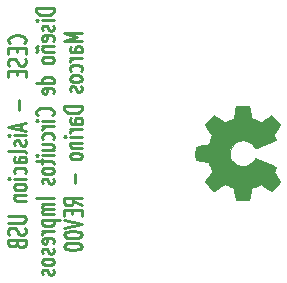
<source format=gbr>
G04 #@! TF.FileFunction,Legend,Bot*
%FSLAX46Y46*%
G04 Gerber Fmt 4.6, Leading zero omitted, Abs format (unit mm)*
G04 Created by KiCad (PCBNEW 4.0.2-stable) date 25/07/2016 02:37:25 p.m.*
%MOMM*%
G01*
G04 APERTURE LIST*
%ADD10C,0.100000*%
%ADD11C,0.257500*%
%ADD12C,0.002540*%
G04 APERTURE END LIST*
D10*
D11*
X129242214Y-99890429D02*
X129313643Y-99841381D01*
X129385071Y-99694238D01*
X129385071Y-99596143D01*
X129313643Y-99449000D01*
X129170786Y-99350905D01*
X129027929Y-99301857D01*
X128742214Y-99252809D01*
X128527929Y-99252809D01*
X128242214Y-99301857D01*
X128099357Y-99350905D01*
X127956500Y-99449000D01*
X127885071Y-99596143D01*
X127885071Y-99694238D01*
X127956500Y-99841381D01*
X128027929Y-99890429D01*
X128599357Y-100331857D02*
X128599357Y-100675190D01*
X129385071Y-100822333D02*
X129385071Y-100331857D01*
X127885071Y-100331857D01*
X127885071Y-100822333D01*
X129313643Y-101214714D02*
X129385071Y-101361857D01*
X129385071Y-101607095D01*
X129313643Y-101705191D01*
X129242214Y-101754238D01*
X129099357Y-101803286D01*
X128956500Y-101803286D01*
X128813643Y-101754238D01*
X128742214Y-101705191D01*
X128670786Y-101607095D01*
X128599357Y-101410905D01*
X128527929Y-101312810D01*
X128456500Y-101263762D01*
X128313643Y-101214714D01*
X128170786Y-101214714D01*
X128027929Y-101263762D01*
X127956500Y-101312810D01*
X127885071Y-101410905D01*
X127885071Y-101656143D01*
X127956500Y-101803286D01*
X128599357Y-102244714D02*
X128599357Y-102588047D01*
X129385071Y-102735190D02*
X129385071Y-102244714D01*
X127885071Y-102244714D01*
X127885071Y-102735190D01*
X128813643Y-104746143D02*
X128813643Y-105530905D01*
X128956500Y-106757095D02*
X128956500Y-107247572D01*
X129385071Y-106659000D02*
X127885071Y-107002334D01*
X129385071Y-107345667D01*
X129385071Y-107689000D02*
X128385071Y-107689000D01*
X127885071Y-107689000D02*
X127956500Y-107639952D01*
X128027929Y-107689000D01*
X127956500Y-107738048D01*
X127885071Y-107689000D01*
X128027929Y-107689000D01*
X129313643Y-108130428D02*
X129385071Y-108228524D01*
X129385071Y-108424714D01*
X129313643Y-108522809D01*
X129170786Y-108571857D01*
X129099357Y-108571857D01*
X128956500Y-108522809D01*
X128885071Y-108424714D01*
X128885071Y-108277571D01*
X128813643Y-108179476D01*
X128670786Y-108130428D01*
X128599357Y-108130428D01*
X128456500Y-108179476D01*
X128385071Y-108277571D01*
X128385071Y-108424714D01*
X128456500Y-108522809D01*
X129385071Y-109160429D02*
X129313643Y-109062334D01*
X129170786Y-109013286D01*
X127885071Y-109013286D01*
X129385071Y-109994239D02*
X128599357Y-109994239D01*
X128456500Y-109945191D01*
X128385071Y-109847096D01*
X128385071Y-109650905D01*
X128456500Y-109552810D01*
X129313643Y-109994239D02*
X129385071Y-109896143D01*
X129385071Y-109650905D01*
X129313643Y-109552810D01*
X129170786Y-109503762D01*
X129027929Y-109503762D01*
X128885071Y-109552810D01*
X128813643Y-109650905D01*
X128813643Y-109896143D01*
X128742214Y-109994239D01*
X129313643Y-110926144D02*
X129385071Y-110828048D01*
X129385071Y-110631858D01*
X129313643Y-110533763D01*
X129242214Y-110484715D01*
X129099357Y-110435667D01*
X128670786Y-110435667D01*
X128527929Y-110484715D01*
X128456500Y-110533763D01*
X128385071Y-110631858D01*
X128385071Y-110828048D01*
X128456500Y-110926144D01*
X129385071Y-111367572D02*
X128385071Y-111367572D01*
X127885071Y-111367572D02*
X127956500Y-111318524D01*
X128027929Y-111367572D01*
X127956500Y-111416620D01*
X127885071Y-111367572D01*
X128027929Y-111367572D01*
X129385071Y-112005191D02*
X129313643Y-111907096D01*
X129242214Y-111858048D01*
X129099357Y-111809000D01*
X128670786Y-111809000D01*
X128527929Y-111858048D01*
X128456500Y-111907096D01*
X128385071Y-112005191D01*
X128385071Y-112152334D01*
X128456500Y-112250429D01*
X128527929Y-112299477D01*
X128670786Y-112348524D01*
X129099357Y-112348524D01*
X129242214Y-112299477D01*
X129313643Y-112250429D01*
X129385071Y-112152334D01*
X129385071Y-112005191D01*
X128385071Y-112789953D02*
X129385071Y-112789953D01*
X128527929Y-112789953D02*
X128456500Y-112839001D01*
X128385071Y-112937096D01*
X128385071Y-113084239D01*
X128456500Y-113182334D01*
X128599357Y-113231382D01*
X129385071Y-113231382D01*
X127885071Y-114506620D02*
X129099357Y-114506620D01*
X129242214Y-114555668D01*
X129313643Y-114604715D01*
X129385071Y-114702811D01*
X129385071Y-114899001D01*
X129313643Y-114997096D01*
X129242214Y-115046144D01*
X129099357Y-115095192D01*
X127885071Y-115095192D01*
X129313643Y-115536620D02*
X129385071Y-115683763D01*
X129385071Y-115929001D01*
X129313643Y-116027097D01*
X129242214Y-116076144D01*
X129099357Y-116125192D01*
X128956500Y-116125192D01*
X128813643Y-116076144D01*
X128742214Y-116027097D01*
X128670786Y-115929001D01*
X128599357Y-115732811D01*
X128527929Y-115634716D01*
X128456500Y-115585668D01*
X128313643Y-115536620D01*
X128170786Y-115536620D01*
X128027929Y-115585668D01*
X127956500Y-115634716D01*
X127885071Y-115732811D01*
X127885071Y-115978049D01*
X127956500Y-116125192D01*
X128599357Y-116909953D02*
X128670786Y-117057096D01*
X128742214Y-117106144D01*
X128885071Y-117155192D01*
X129099357Y-117155192D01*
X129242214Y-117106144D01*
X129313643Y-117057096D01*
X129385071Y-116959001D01*
X129385071Y-116566620D01*
X127885071Y-116566620D01*
X127885071Y-116909953D01*
X127956500Y-117008049D01*
X128027929Y-117057096D01*
X128170786Y-117106144D01*
X128313643Y-117106144D01*
X128456500Y-117057096D01*
X128527929Y-117008049D01*
X128599357Y-116909953D01*
X128599357Y-116566620D01*
X131742571Y-96947571D02*
X130242571Y-96947571D01*
X130242571Y-97192809D01*
X130314000Y-97339952D01*
X130456857Y-97438047D01*
X130599714Y-97487095D01*
X130885429Y-97536143D01*
X131099714Y-97536143D01*
X131385429Y-97487095D01*
X131528286Y-97438047D01*
X131671143Y-97339952D01*
X131742571Y-97192809D01*
X131742571Y-96947571D01*
X131742571Y-97977571D02*
X130742571Y-97977571D01*
X130242571Y-97977571D02*
X130314000Y-97928523D01*
X130385429Y-97977571D01*
X130314000Y-98026619D01*
X130242571Y-97977571D01*
X130385429Y-97977571D01*
X131671143Y-98418999D02*
X131742571Y-98517095D01*
X131742571Y-98713285D01*
X131671143Y-98811380D01*
X131528286Y-98860428D01*
X131456857Y-98860428D01*
X131314000Y-98811380D01*
X131242571Y-98713285D01*
X131242571Y-98566142D01*
X131171143Y-98468047D01*
X131028286Y-98418999D01*
X130956857Y-98418999D01*
X130814000Y-98468047D01*
X130742571Y-98566142D01*
X130742571Y-98713285D01*
X130814000Y-98811380D01*
X131671143Y-99694238D02*
X131742571Y-99596143D01*
X131742571Y-99399952D01*
X131671143Y-99301857D01*
X131528286Y-99252809D01*
X130956857Y-99252809D01*
X130814000Y-99301857D01*
X130742571Y-99399952D01*
X130742571Y-99596143D01*
X130814000Y-99694238D01*
X130956857Y-99743286D01*
X131099714Y-99743286D01*
X131242571Y-99252809D01*
X130742571Y-100184714D02*
X131742571Y-100184714D01*
X130885429Y-100184714D02*
X130814000Y-100233762D01*
X130742571Y-100331857D01*
X130742571Y-100479000D01*
X130814000Y-100577095D01*
X130956857Y-100626143D01*
X131742571Y-100626143D01*
X130385429Y-100135666D02*
X130314000Y-100184714D01*
X130242571Y-100282809D01*
X130385429Y-100479000D01*
X130314000Y-100577095D01*
X130242571Y-100626143D01*
X131742571Y-101263762D02*
X131671143Y-101165667D01*
X131599714Y-101116619D01*
X131456857Y-101067571D01*
X131028286Y-101067571D01*
X130885429Y-101116619D01*
X130814000Y-101165667D01*
X130742571Y-101263762D01*
X130742571Y-101410905D01*
X130814000Y-101509000D01*
X130885429Y-101558048D01*
X131028286Y-101607095D01*
X131456857Y-101607095D01*
X131599714Y-101558048D01*
X131671143Y-101509000D01*
X131742571Y-101410905D01*
X131742571Y-101263762D01*
X131742571Y-103274715D02*
X130242571Y-103274715D01*
X131671143Y-103274715D02*
X131742571Y-103176619D01*
X131742571Y-102980429D01*
X131671143Y-102882334D01*
X131599714Y-102833286D01*
X131456857Y-102784238D01*
X131028286Y-102784238D01*
X130885429Y-102833286D01*
X130814000Y-102882334D01*
X130742571Y-102980429D01*
X130742571Y-103176619D01*
X130814000Y-103274715D01*
X131671143Y-104157572D02*
X131742571Y-104059477D01*
X131742571Y-103863286D01*
X131671143Y-103765191D01*
X131528286Y-103716143D01*
X130956857Y-103716143D01*
X130814000Y-103765191D01*
X130742571Y-103863286D01*
X130742571Y-104059477D01*
X130814000Y-104157572D01*
X130956857Y-104206620D01*
X131099714Y-104206620D01*
X131242571Y-103716143D01*
X131599714Y-106021382D02*
X131671143Y-105972334D01*
X131742571Y-105825191D01*
X131742571Y-105727096D01*
X131671143Y-105579953D01*
X131528286Y-105481858D01*
X131385429Y-105432810D01*
X131099714Y-105383762D01*
X130885429Y-105383762D01*
X130599714Y-105432810D01*
X130456857Y-105481858D01*
X130314000Y-105579953D01*
X130242571Y-105727096D01*
X130242571Y-105825191D01*
X130314000Y-105972334D01*
X130385429Y-106021382D01*
X131742571Y-106462810D02*
X130742571Y-106462810D01*
X130242571Y-106462810D02*
X130314000Y-106413762D01*
X130385429Y-106462810D01*
X130314000Y-106511858D01*
X130242571Y-106462810D01*
X130385429Y-106462810D01*
X131742571Y-106953286D02*
X130742571Y-106953286D01*
X131028286Y-106953286D02*
X130885429Y-107002334D01*
X130814000Y-107051381D01*
X130742571Y-107149477D01*
X130742571Y-107247572D01*
X131671143Y-108032334D02*
X131742571Y-107934238D01*
X131742571Y-107738048D01*
X131671143Y-107639953D01*
X131599714Y-107590905D01*
X131456857Y-107541857D01*
X131028286Y-107541857D01*
X130885429Y-107590905D01*
X130814000Y-107639953D01*
X130742571Y-107738048D01*
X130742571Y-107934238D01*
X130814000Y-108032334D01*
X130742571Y-108915191D02*
X131742571Y-108915191D01*
X130742571Y-108473762D02*
X131528286Y-108473762D01*
X131671143Y-108522810D01*
X131742571Y-108620905D01*
X131742571Y-108768048D01*
X131671143Y-108866143D01*
X131599714Y-108915191D01*
X131742571Y-109405667D02*
X130742571Y-109405667D01*
X130242571Y-109405667D02*
X130314000Y-109356619D01*
X130385429Y-109405667D01*
X130314000Y-109454715D01*
X130242571Y-109405667D01*
X130385429Y-109405667D01*
X130742571Y-109749000D02*
X130742571Y-110141381D01*
X130242571Y-109896143D02*
X131528286Y-109896143D01*
X131671143Y-109945191D01*
X131742571Y-110043286D01*
X131742571Y-110141381D01*
X131742571Y-110631857D02*
X131671143Y-110533762D01*
X131599714Y-110484714D01*
X131456857Y-110435666D01*
X131028286Y-110435666D01*
X130885429Y-110484714D01*
X130814000Y-110533762D01*
X130742571Y-110631857D01*
X130742571Y-110779000D01*
X130814000Y-110877095D01*
X130885429Y-110926143D01*
X131028286Y-110975190D01*
X131456857Y-110975190D01*
X131599714Y-110926143D01*
X131671143Y-110877095D01*
X131742571Y-110779000D01*
X131742571Y-110631857D01*
X131671143Y-111367571D02*
X131742571Y-111465667D01*
X131742571Y-111661857D01*
X131671143Y-111759952D01*
X131528286Y-111809000D01*
X131456857Y-111809000D01*
X131314000Y-111759952D01*
X131242571Y-111661857D01*
X131242571Y-111514714D01*
X131171143Y-111416619D01*
X131028286Y-111367571D01*
X130956857Y-111367571D01*
X130814000Y-111416619D01*
X130742571Y-111514714D01*
X130742571Y-111661857D01*
X130814000Y-111759952D01*
X131742571Y-113035191D02*
X130242571Y-113035191D01*
X131742571Y-113525667D02*
X130742571Y-113525667D01*
X130885429Y-113525667D02*
X130814000Y-113574715D01*
X130742571Y-113672810D01*
X130742571Y-113819953D01*
X130814000Y-113918048D01*
X130956857Y-113967096D01*
X131742571Y-113967096D01*
X130956857Y-113967096D02*
X130814000Y-114016143D01*
X130742571Y-114114239D01*
X130742571Y-114261381D01*
X130814000Y-114359477D01*
X130956857Y-114408524D01*
X131742571Y-114408524D01*
X130742571Y-114899000D02*
X132242571Y-114899000D01*
X130814000Y-114899000D02*
X130742571Y-114997095D01*
X130742571Y-115193286D01*
X130814000Y-115291381D01*
X130885429Y-115340429D01*
X131028286Y-115389476D01*
X131456857Y-115389476D01*
X131599714Y-115340429D01*
X131671143Y-115291381D01*
X131742571Y-115193286D01*
X131742571Y-114997095D01*
X131671143Y-114899000D01*
X131742571Y-115830905D02*
X130742571Y-115830905D01*
X131028286Y-115830905D02*
X130885429Y-115879953D01*
X130814000Y-115929000D01*
X130742571Y-116027096D01*
X130742571Y-116125191D01*
X131671143Y-116860905D02*
X131742571Y-116762810D01*
X131742571Y-116566619D01*
X131671143Y-116468524D01*
X131528286Y-116419476D01*
X130956857Y-116419476D01*
X130814000Y-116468524D01*
X130742571Y-116566619D01*
X130742571Y-116762810D01*
X130814000Y-116860905D01*
X130956857Y-116909953D01*
X131099714Y-116909953D01*
X131242571Y-116419476D01*
X131671143Y-117302333D02*
X131742571Y-117400429D01*
X131742571Y-117596619D01*
X131671143Y-117694714D01*
X131528286Y-117743762D01*
X131456857Y-117743762D01*
X131314000Y-117694714D01*
X131242571Y-117596619D01*
X131242571Y-117449476D01*
X131171143Y-117351381D01*
X131028286Y-117302333D01*
X130956857Y-117302333D01*
X130814000Y-117351381D01*
X130742571Y-117449476D01*
X130742571Y-117596619D01*
X130814000Y-117694714D01*
X131742571Y-118332334D02*
X131671143Y-118234239D01*
X131599714Y-118185191D01*
X131456857Y-118136143D01*
X131028286Y-118136143D01*
X130885429Y-118185191D01*
X130814000Y-118234239D01*
X130742571Y-118332334D01*
X130742571Y-118479477D01*
X130814000Y-118577572D01*
X130885429Y-118626620D01*
X131028286Y-118675667D01*
X131456857Y-118675667D01*
X131599714Y-118626620D01*
X131671143Y-118577572D01*
X131742571Y-118479477D01*
X131742571Y-118332334D01*
X131671143Y-119068048D02*
X131742571Y-119166144D01*
X131742571Y-119362334D01*
X131671143Y-119460429D01*
X131528286Y-119509477D01*
X131456857Y-119509477D01*
X131314000Y-119460429D01*
X131242571Y-119362334D01*
X131242571Y-119215191D01*
X131171143Y-119117096D01*
X131028286Y-119068048D01*
X130956857Y-119068048D01*
X130814000Y-119117096D01*
X130742571Y-119215191D01*
X130742571Y-119362334D01*
X130814000Y-119460429D01*
X134100071Y-99056619D02*
X132600071Y-99056619D01*
X133671500Y-99399952D01*
X132600071Y-99743286D01*
X134100071Y-99743286D01*
X134100071Y-100675191D02*
X133314357Y-100675191D01*
X133171500Y-100626143D01*
X133100071Y-100528048D01*
X133100071Y-100331857D01*
X133171500Y-100233762D01*
X134028643Y-100675191D02*
X134100071Y-100577095D01*
X134100071Y-100331857D01*
X134028643Y-100233762D01*
X133885786Y-100184714D01*
X133742929Y-100184714D01*
X133600071Y-100233762D01*
X133528643Y-100331857D01*
X133528643Y-100577095D01*
X133457214Y-100675191D01*
X134100071Y-101165667D02*
X133100071Y-101165667D01*
X133385786Y-101165667D02*
X133242929Y-101214715D01*
X133171500Y-101263762D01*
X133100071Y-101361858D01*
X133100071Y-101459953D01*
X134028643Y-102244715D02*
X134100071Y-102146619D01*
X134100071Y-101950429D01*
X134028643Y-101852334D01*
X133957214Y-101803286D01*
X133814357Y-101754238D01*
X133385786Y-101754238D01*
X133242929Y-101803286D01*
X133171500Y-101852334D01*
X133100071Y-101950429D01*
X133100071Y-102146619D01*
X133171500Y-102244715D01*
X134100071Y-102833286D02*
X134028643Y-102735191D01*
X133957214Y-102686143D01*
X133814357Y-102637095D01*
X133385786Y-102637095D01*
X133242929Y-102686143D01*
X133171500Y-102735191D01*
X133100071Y-102833286D01*
X133100071Y-102980429D01*
X133171500Y-103078524D01*
X133242929Y-103127572D01*
X133385786Y-103176619D01*
X133814357Y-103176619D01*
X133957214Y-103127572D01*
X134028643Y-103078524D01*
X134100071Y-102980429D01*
X134100071Y-102833286D01*
X134028643Y-103569000D02*
X134100071Y-103667096D01*
X134100071Y-103863286D01*
X134028643Y-103961381D01*
X133885786Y-104010429D01*
X133814357Y-104010429D01*
X133671500Y-103961381D01*
X133600071Y-103863286D01*
X133600071Y-103716143D01*
X133528643Y-103618048D01*
X133385786Y-103569000D01*
X133314357Y-103569000D01*
X133171500Y-103618048D01*
X133100071Y-103716143D01*
X133100071Y-103863286D01*
X133171500Y-103961381D01*
X134100071Y-105236620D02*
X132600071Y-105236620D01*
X132600071Y-105481858D01*
X132671500Y-105629001D01*
X132814357Y-105727096D01*
X132957214Y-105776144D01*
X133242929Y-105825192D01*
X133457214Y-105825192D01*
X133742929Y-105776144D01*
X133885786Y-105727096D01*
X134028643Y-105629001D01*
X134100071Y-105481858D01*
X134100071Y-105236620D01*
X134100071Y-106708049D02*
X133314357Y-106708049D01*
X133171500Y-106659001D01*
X133100071Y-106560906D01*
X133100071Y-106364715D01*
X133171500Y-106266620D01*
X134028643Y-106708049D02*
X134100071Y-106609953D01*
X134100071Y-106364715D01*
X134028643Y-106266620D01*
X133885786Y-106217572D01*
X133742929Y-106217572D01*
X133600071Y-106266620D01*
X133528643Y-106364715D01*
X133528643Y-106609953D01*
X133457214Y-106708049D01*
X134100071Y-107198525D02*
X133100071Y-107198525D01*
X133385786Y-107198525D02*
X133242929Y-107247573D01*
X133171500Y-107296620D01*
X133100071Y-107394716D01*
X133100071Y-107492811D01*
X134100071Y-107836144D02*
X133100071Y-107836144D01*
X132600071Y-107836144D02*
X132671500Y-107787096D01*
X132742929Y-107836144D01*
X132671500Y-107885192D01*
X132600071Y-107836144D01*
X132742929Y-107836144D01*
X133100071Y-108326620D02*
X134100071Y-108326620D01*
X133242929Y-108326620D02*
X133171500Y-108375668D01*
X133100071Y-108473763D01*
X133100071Y-108620906D01*
X133171500Y-108719001D01*
X133314357Y-108768049D01*
X134100071Y-108768049D01*
X134100071Y-109405668D02*
X134028643Y-109307573D01*
X133957214Y-109258525D01*
X133814357Y-109209477D01*
X133385786Y-109209477D01*
X133242929Y-109258525D01*
X133171500Y-109307573D01*
X133100071Y-109405668D01*
X133100071Y-109552811D01*
X133171500Y-109650906D01*
X133242929Y-109699954D01*
X133385786Y-109749001D01*
X133814357Y-109749001D01*
X133957214Y-109699954D01*
X134028643Y-109650906D01*
X134100071Y-109552811D01*
X134100071Y-109405668D01*
X133528643Y-110975192D02*
X133528643Y-111759954D01*
X134100071Y-113623764D02*
X133385786Y-113280430D01*
X134100071Y-113035192D02*
X132600071Y-113035192D01*
X132600071Y-113427573D01*
X132671500Y-113525668D01*
X132742929Y-113574716D01*
X132885786Y-113623764D01*
X133100071Y-113623764D01*
X133242929Y-113574716D01*
X133314357Y-113525668D01*
X133385786Y-113427573D01*
X133385786Y-113035192D01*
X133314357Y-114065192D02*
X133314357Y-114408525D01*
X134100071Y-114555668D02*
X134100071Y-114065192D01*
X132600071Y-114065192D01*
X132600071Y-114555668D01*
X132600071Y-114849954D02*
X134100071Y-115193288D01*
X132600071Y-115536621D01*
X132600071Y-116076145D02*
X132600071Y-116174240D01*
X132671500Y-116272335D01*
X132742929Y-116321383D01*
X132885786Y-116370430D01*
X133171500Y-116419478D01*
X133528643Y-116419478D01*
X133814357Y-116370430D01*
X133957214Y-116321383D01*
X134028643Y-116272335D01*
X134100071Y-116174240D01*
X134100071Y-116076145D01*
X134028643Y-115978049D01*
X133957214Y-115929002D01*
X133814357Y-115879954D01*
X133528643Y-115830906D01*
X133171500Y-115830906D01*
X132885786Y-115879954D01*
X132742929Y-115929002D01*
X132671500Y-115978049D01*
X132600071Y-116076145D01*
X132600071Y-117057097D02*
X132600071Y-117155192D01*
X132671500Y-117253287D01*
X132742929Y-117302335D01*
X132885786Y-117351382D01*
X133171500Y-117400430D01*
X133528643Y-117400430D01*
X133814357Y-117351382D01*
X133957214Y-117302335D01*
X134028643Y-117253287D01*
X134100071Y-117155192D01*
X134100071Y-117057097D01*
X134028643Y-116959001D01*
X133957214Y-116909954D01*
X133814357Y-116860906D01*
X133528643Y-116811858D01*
X133171500Y-116811858D01*
X132885786Y-116860906D01*
X132742929Y-116909954D01*
X132671500Y-116959001D01*
X132600071Y-117057097D01*
D12*
G36*
X150911560Y-106796840D02*
X150891240Y-106837480D01*
X150832820Y-106931460D01*
X150743920Y-107066080D01*
X150639780Y-107223560D01*
X150530560Y-107381040D01*
X150444200Y-107510580D01*
X150385780Y-107602020D01*
X150365460Y-107640120D01*
X150370540Y-107660440D01*
X150408640Y-107736640D01*
X150464520Y-107845860D01*
X150497540Y-107909360D01*
X150540720Y-108008420D01*
X150550880Y-108059220D01*
X150535640Y-108066840D01*
X150459440Y-108104940D01*
X150327360Y-108160820D01*
X150154640Y-108237020D01*
X149951440Y-108323380D01*
X149733000Y-108417360D01*
X149509480Y-108508800D01*
X149296120Y-108597700D01*
X149105620Y-108676440D01*
X148950680Y-108739940D01*
X148841460Y-108780580D01*
X148795740Y-108795820D01*
X148785580Y-108790740D01*
X148737320Y-108739940D01*
X148671280Y-108653580D01*
X148516340Y-108463080D01*
X148282660Y-108277660D01*
X148018500Y-108163360D01*
X147723860Y-108125260D01*
X147452080Y-108158280D01*
X147190460Y-108264960D01*
X146954240Y-108447840D01*
X146778980Y-108668820D01*
X146667220Y-108927900D01*
X146631660Y-109220000D01*
X146662140Y-109499400D01*
X146768820Y-109766100D01*
X146949160Y-110002320D01*
X147063460Y-110101380D01*
X147302220Y-110238540D01*
X147558760Y-110317280D01*
X147622260Y-110324900D01*
X147904200Y-110314740D01*
X148173440Y-110230920D01*
X148414740Y-110083600D01*
X148610320Y-109877860D01*
X148630640Y-109849920D01*
X148701760Y-109755940D01*
X148750020Y-109692440D01*
X148790660Y-109641640D01*
X149651720Y-109999780D01*
X149788880Y-110055660D01*
X150025100Y-110154720D01*
X150228300Y-110241080D01*
X150388320Y-110309660D01*
X150497540Y-110357920D01*
X150540720Y-110378240D01*
X150543260Y-110380780D01*
X150548340Y-110411260D01*
X150522940Y-110477300D01*
X150464520Y-110596680D01*
X150423880Y-110677960D01*
X150380700Y-110769400D01*
X150365460Y-110810040D01*
X150383240Y-110845600D01*
X150441660Y-110931960D01*
X150525480Y-111061500D01*
X150629620Y-111213900D01*
X150731220Y-111361220D01*
X150820120Y-111495840D01*
X150881080Y-111594900D01*
X150909020Y-111643160D01*
X150909020Y-111650780D01*
X150883620Y-111691420D01*
X150820120Y-111770160D01*
X150708360Y-111887000D01*
X150545800Y-112052100D01*
X150520400Y-112077500D01*
X150380700Y-112214660D01*
X150263860Y-112326420D01*
X150182580Y-112400080D01*
X150144480Y-112425480D01*
X150144480Y-112425480D01*
X150096220Y-112402620D01*
X149999700Y-112339120D01*
X149862540Y-112250220D01*
X149702520Y-112141000D01*
X149288500Y-111856520D01*
X148897340Y-112014000D01*
X148777960Y-112062260D01*
X148633180Y-112123220D01*
X148529040Y-112166400D01*
X148483320Y-112191800D01*
X148468080Y-112232440D01*
X148442680Y-112341660D01*
X148409660Y-112496600D01*
X148376640Y-112679480D01*
X148343620Y-112857280D01*
X148313140Y-113017300D01*
X148290280Y-113131600D01*
X148280120Y-113182400D01*
X148272500Y-113195100D01*
X148247100Y-113205260D01*
X148193760Y-113212880D01*
X148097240Y-113215420D01*
X147944840Y-113217960D01*
X147723860Y-113217960D01*
X147701000Y-113217960D01*
X147490180Y-113215420D01*
X147322540Y-113212880D01*
X147213320Y-113207800D01*
X147170140Y-113200180D01*
X147170140Y-113200180D01*
X147157440Y-113149380D01*
X147134580Y-113037620D01*
X147101560Y-112877600D01*
X147066000Y-112687100D01*
X147063460Y-112676940D01*
X147027900Y-112486440D01*
X146994880Y-112328960D01*
X146969480Y-112217200D01*
X146954240Y-112171480D01*
X146941540Y-112161320D01*
X146867880Y-112123220D01*
X146751040Y-112067340D01*
X146606260Y-112006380D01*
X146458940Y-111942880D01*
X146324320Y-111889540D01*
X146225260Y-111853980D01*
X146179540Y-111843820D01*
X146179540Y-111843820D01*
X146133820Y-111871760D01*
X146034760Y-111937800D01*
X145900140Y-112029240D01*
X145737580Y-112141000D01*
X145724880Y-112148620D01*
X145564860Y-112257840D01*
X145430240Y-112346740D01*
X145333720Y-112405160D01*
X145290540Y-112425480D01*
X145288000Y-112425480D01*
X145239740Y-112389920D01*
X145150840Y-112308640D01*
X145028920Y-112191800D01*
X144886680Y-112052100D01*
X144843500Y-112006380D01*
X144691100Y-111851440D01*
X144592040Y-111744760D01*
X144538700Y-111676180D01*
X144526000Y-111643160D01*
X144528540Y-111643160D01*
X144556480Y-111594900D01*
X144622520Y-111493300D01*
X144716500Y-111356140D01*
X144825720Y-111193580D01*
X144833340Y-111183420D01*
X144942560Y-111023400D01*
X145031460Y-110891320D01*
X145094960Y-110794800D01*
X145120360Y-110754160D01*
X145120360Y-110746540D01*
X145100040Y-110683040D01*
X145061940Y-110568740D01*
X145006060Y-110429040D01*
X144947640Y-110281720D01*
X144891760Y-110147100D01*
X144843500Y-110045500D01*
X144818100Y-109997240D01*
X144815560Y-109997240D01*
X144757140Y-109979460D01*
X144637760Y-109951520D01*
X144472660Y-109918500D01*
X144277080Y-109880400D01*
X144246600Y-109875320D01*
X144056100Y-109839760D01*
X143898620Y-109809280D01*
X143789400Y-109786420D01*
X143743680Y-109773720D01*
X143738600Y-109748320D01*
X143730980Y-109654340D01*
X143728440Y-109512100D01*
X143725900Y-109339380D01*
X143728440Y-109159040D01*
X143730980Y-108983780D01*
X143736060Y-108831380D01*
X143743680Y-108724700D01*
X143753840Y-108678980D01*
X143756380Y-108676440D01*
X143814800Y-108661200D01*
X143934180Y-108635800D01*
X144099280Y-108600240D01*
X144297400Y-108562140D01*
X144330420Y-108557060D01*
X144520920Y-108521500D01*
X144675860Y-108488480D01*
X144785080Y-108465620D01*
X144825720Y-108452920D01*
X144835880Y-108437680D01*
X144868900Y-108358940D01*
X144922240Y-108231940D01*
X144985740Y-108071920D01*
X145135600Y-107706160D01*
X144825720Y-107259120D01*
X144797780Y-107215940D01*
X144688560Y-107055920D01*
X144599660Y-106921300D01*
X144541240Y-106829860D01*
X144518380Y-106791760D01*
X144520920Y-106789220D01*
X144559020Y-106743500D01*
X144642840Y-106654600D01*
X144762220Y-106532680D01*
X144901920Y-106392980D01*
X145006060Y-106288840D01*
X145133060Y-106164380D01*
X145216880Y-106085640D01*
X145272760Y-106042460D01*
X145305780Y-106027220D01*
X145326100Y-106032300D01*
X145371820Y-106060240D01*
X145470880Y-106126280D01*
X145608040Y-106217720D01*
X145765520Y-106326940D01*
X145900140Y-106418380D01*
X146050000Y-106514900D01*
X146156680Y-106578400D01*
X146210020Y-106601260D01*
X146232880Y-106596180D01*
X146319240Y-106563160D01*
X146453860Y-106509820D01*
X146611340Y-106443780D01*
X146966940Y-106286300D01*
X147010120Y-106052620D01*
X147038060Y-105912920D01*
X147076160Y-105714800D01*
X147111720Y-105526840D01*
X147170140Y-105232200D01*
X148252180Y-105222040D01*
X148272500Y-105267760D01*
X148285200Y-105310940D01*
X148308060Y-105420160D01*
X148338540Y-105575100D01*
X148374100Y-105760520D01*
X148404580Y-105915460D01*
X148432520Y-106075480D01*
X148455380Y-106187240D01*
X148465540Y-106238040D01*
X148483320Y-106250740D01*
X148559520Y-106291380D01*
X148681440Y-106347260D01*
X148828760Y-106408220D01*
X148978620Y-106471720D01*
X149118320Y-106527600D01*
X149225000Y-106568240D01*
X149280880Y-106580940D01*
X149324060Y-106560620D01*
X149415500Y-106499660D01*
X149547580Y-106413300D01*
X149705060Y-106306620D01*
X149862540Y-106197400D01*
X149997160Y-106108500D01*
X150093680Y-106045000D01*
X150136860Y-106019600D01*
X150167340Y-106032300D01*
X150243540Y-106093260D01*
X150365460Y-106212640D01*
X150540720Y-106387900D01*
X150568660Y-106418380D01*
X150703280Y-106558080D01*
X150812500Y-106677460D01*
X150886160Y-106758740D01*
X150911560Y-106796840D01*
X150911560Y-106796840D01*
G37*
X150911560Y-106796840D02*
X150891240Y-106837480D01*
X150832820Y-106931460D01*
X150743920Y-107066080D01*
X150639780Y-107223560D01*
X150530560Y-107381040D01*
X150444200Y-107510580D01*
X150385780Y-107602020D01*
X150365460Y-107640120D01*
X150370540Y-107660440D01*
X150408640Y-107736640D01*
X150464520Y-107845860D01*
X150497540Y-107909360D01*
X150540720Y-108008420D01*
X150550880Y-108059220D01*
X150535640Y-108066840D01*
X150459440Y-108104940D01*
X150327360Y-108160820D01*
X150154640Y-108237020D01*
X149951440Y-108323380D01*
X149733000Y-108417360D01*
X149509480Y-108508800D01*
X149296120Y-108597700D01*
X149105620Y-108676440D01*
X148950680Y-108739940D01*
X148841460Y-108780580D01*
X148795740Y-108795820D01*
X148785580Y-108790740D01*
X148737320Y-108739940D01*
X148671280Y-108653580D01*
X148516340Y-108463080D01*
X148282660Y-108277660D01*
X148018500Y-108163360D01*
X147723860Y-108125260D01*
X147452080Y-108158280D01*
X147190460Y-108264960D01*
X146954240Y-108447840D01*
X146778980Y-108668820D01*
X146667220Y-108927900D01*
X146631660Y-109220000D01*
X146662140Y-109499400D01*
X146768820Y-109766100D01*
X146949160Y-110002320D01*
X147063460Y-110101380D01*
X147302220Y-110238540D01*
X147558760Y-110317280D01*
X147622260Y-110324900D01*
X147904200Y-110314740D01*
X148173440Y-110230920D01*
X148414740Y-110083600D01*
X148610320Y-109877860D01*
X148630640Y-109849920D01*
X148701760Y-109755940D01*
X148750020Y-109692440D01*
X148790660Y-109641640D01*
X149651720Y-109999780D01*
X149788880Y-110055660D01*
X150025100Y-110154720D01*
X150228300Y-110241080D01*
X150388320Y-110309660D01*
X150497540Y-110357920D01*
X150540720Y-110378240D01*
X150543260Y-110380780D01*
X150548340Y-110411260D01*
X150522940Y-110477300D01*
X150464520Y-110596680D01*
X150423880Y-110677960D01*
X150380700Y-110769400D01*
X150365460Y-110810040D01*
X150383240Y-110845600D01*
X150441660Y-110931960D01*
X150525480Y-111061500D01*
X150629620Y-111213900D01*
X150731220Y-111361220D01*
X150820120Y-111495840D01*
X150881080Y-111594900D01*
X150909020Y-111643160D01*
X150909020Y-111650780D01*
X150883620Y-111691420D01*
X150820120Y-111770160D01*
X150708360Y-111887000D01*
X150545800Y-112052100D01*
X150520400Y-112077500D01*
X150380700Y-112214660D01*
X150263860Y-112326420D01*
X150182580Y-112400080D01*
X150144480Y-112425480D01*
X150144480Y-112425480D01*
X150096220Y-112402620D01*
X149999700Y-112339120D01*
X149862540Y-112250220D01*
X149702520Y-112141000D01*
X149288500Y-111856520D01*
X148897340Y-112014000D01*
X148777960Y-112062260D01*
X148633180Y-112123220D01*
X148529040Y-112166400D01*
X148483320Y-112191800D01*
X148468080Y-112232440D01*
X148442680Y-112341660D01*
X148409660Y-112496600D01*
X148376640Y-112679480D01*
X148343620Y-112857280D01*
X148313140Y-113017300D01*
X148290280Y-113131600D01*
X148280120Y-113182400D01*
X148272500Y-113195100D01*
X148247100Y-113205260D01*
X148193760Y-113212880D01*
X148097240Y-113215420D01*
X147944840Y-113217960D01*
X147723860Y-113217960D01*
X147701000Y-113217960D01*
X147490180Y-113215420D01*
X147322540Y-113212880D01*
X147213320Y-113207800D01*
X147170140Y-113200180D01*
X147170140Y-113200180D01*
X147157440Y-113149380D01*
X147134580Y-113037620D01*
X147101560Y-112877600D01*
X147066000Y-112687100D01*
X147063460Y-112676940D01*
X147027900Y-112486440D01*
X146994880Y-112328960D01*
X146969480Y-112217200D01*
X146954240Y-112171480D01*
X146941540Y-112161320D01*
X146867880Y-112123220D01*
X146751040Y-112067340D01*
X146606260Y-112006380D01*
X146458940Y-111942880D01*
X146324320Y-111889540D01*
X146225260Y-111853980D01*
X146179540Y-111843820D01*
X146179540Y-111843820D01*
X146133820Y-111871760D01*
X146034760Y-111937800D01*
X145900140Y-112029240D01*
X145737580Y-112141000D01*
X145724880Y-112148620D01*
X145564860Y-112257840D01*
X145430240Y-112346740D01*
X145333720Y-112405160D01*
X145290540Y-112425480D01*
X145288000Y-112425480D01*
X145239740Y-112389920D01*
X145150840Y-112308640D01*
X145028920Y-112191800D01*
X144886680Y-112052100D01*
X144843500Y-112006380D01*
X144691100Y-111851440D01*
X144592040Y-111744760D01*
X144538700Y-111676180D01*
X144526000Y-111643160D01*
X144528540Y-111643160D01*
X144556480Y-111594900D01*
X144622520Y-111493300D01*
X144716500Y-111356140D01*
X144825720Y-111193580D01*
X144833340Y-111183420D01*
X144942560Y-111023400D01*
X145031460Y-110891320D01*
X145094960Y-110794800D01*
X145120360Y-110754160D01*
X145120360Y-110746540D01*
X145100040Y-110683040D01*
X145061940Y-110568740D01*
X145006060Y-110429040D01*
X144947640Y-110281720D01*
X144891760Y-110147100D01*
X144843500Y-110045500D01*
X144818100Y-109997240D01*
X144815560Y-109997240D01*
X144757140Y-109979460D01*
X144637760Y-109951520D01*
X144472660Y-109918500D01*
X144277080Y-109880400D01*
X144246600Y-109875320D01*
X144056100Y-109839760D01*
X143898620Y-109809280D01*
X143789400Y-109786420D01*
X143743680Y-109773720D01*
X143738600Y-109748320D01*
X143730980Y-109654340D01*
X143728440Y-109512100D01*
X143725900Y-109339380D01*
X143728440Y-109159040D01*
X143730980Y-108983780D01*
X143736060Y-108831380D01*
X143743680Y-108724700D01*
X143753840Y-108678980D01*
X143756380Y-108676440D01*
X143814800Y-108661200D01*
X143934180Y-108635800D01*
X144099280Y-108600240D01*
X144297400Y-108562140D01*
X144330420Y-108557060D01*
X144520920Y-108521500D01*
X144675860Y-108488480D01*
X144785080Y-108465620D01*
X144825720Y-108452920D01*
X144835880Y-108437680D01*
X144868900Y-108358940D01*
X144922240Y-108231940D01*
X144985740Y-108071920D01*
X145135600Y-107706160D01*
X144825720Y-107259120D01*
X144797780Y-107215940D01*
X144688560Y-107055920D01*
X144599660Y-106921300D01*
X144541240Y-106829860D01*
X144518380Y-106791760D01*
X144520920Y-106789220D01*
X144559020Y-106743500D01*
X144642840Y-106654600D01*
X144762220Y-106532680D01*
X144901920Y-106392980D01*
X145006060Y-106288840D01*
X145133060Y-106164380D01*
X145216880Y-106085640D01*
X145272760Y-106042460D01*
X145305780Y-106027220D01*
X145326100Y-106032300D01*
X145371820Y-106060240D01*
X145470880Y-106126280D01*
X145608040Y-106217720D01*
X145765520Y-106326940D01*
X145900140Y-106418380D01*
X146050000Y-106514900D01*
X146156680Y-106578400D01*
X146210020Y-106601260D01*
X146232880Y-106596180D01*
X146319240Y-106563160D01*
X146453860Y-106509820D01*
X146611340Y-106443780D01*
X146966940Y-106286300D01*
X147010120Y-106052620D01*
X147038060Y-105912920D01*
X147076160Y-105714800D01*
X147111720Y-105526840D01*
X147170140Y-105232200D01*
X148252180Y-105222040D01*
X148272500Y-105267760D01*
X148285200Y-105310940D01*
X148308060Y-105420160D01*
X148338540Y-105575100D01*
X148374100Y-105760520D01*
X148404580Y-105915460D01*
X148432520Y-106075480D01*
X148455380Y-106187240D01*
X148465540Y-106238040D01*
X148483320Y-106250740D01*
X148559520Y-106291380D01*
X148681440Y-106347260D01*
X148828760Y-106408220D01*
X148978620Y-106471720D01*
X149118320Y-106527600D01*
X149225000Y-106568240D01*
X149280880Y-106580940D01*
X149324060Y-106560620D01*
X149415500Y-106499660D01*
X149547580Y-106413300D01*
X149705060Y-106306620D01*
X149862540Y-106197400D01*
X149997160Y-106108500D01*
X150093680Y-106045000D01*
X150136860Y-106019600D01*
X150167340Y-106032300D01*
X150243540Y-106093260D01*
X150365460Y-106212640D01*
X150540720Y-106387900D01*
X150568660Y-106418380D01*
X150703280Y-106558080D01*
X150812500Y-106677460D01*
X150886160Y-106758740D01*
X150911560Y-106796840D01*
M02*

</source>
